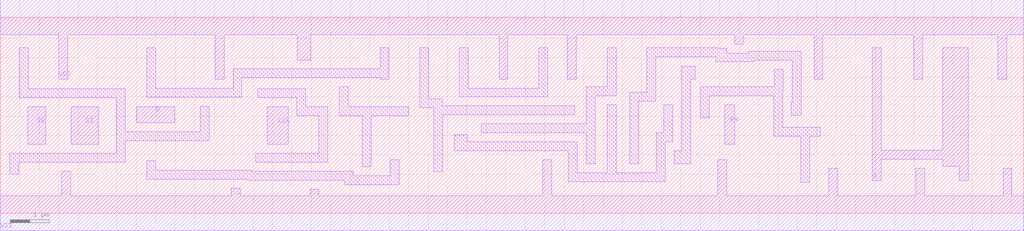
<source format=lef>
# Copyright 2022 GlobalFoundries PDK Authors
#
# Licensed under the Apache License, Version 2.0 (the "License");
# you may not use this file except in compliance with the License.
# You may obtain a copy of the License at
#
#      http://www.apache.org/licenses/LICENSE-2.0
#
# Unless required by applicable law or agreed to in writing, software
# distributed under the License is distributed on an "AS IS" BASIS,
# WITHOUT WARRANTIES OR CONDITIONS OF ANY KIND, either express or implied.
# See the License for the specific language governing permissions and
# limitations under the License.

MACRO gf180mcu_fd_sc_mcu9t5v0__sdffrnq_4
  CLASS core ;
  FOREIGN gf180mcu_fd_sc_mcu9t5v0__sdffrnq_4 0.0 0.0 ;
  ORIGIN 0 0 ;
  SYMMETRY X Y ;
  SITE GF018hv5v_green_sc9 ;
  SIZE 26.32 BY 5.04 ;
  PIN D
    DIRECTION INPUT ;
    ANTENNAGATEAREA 0.854 ;
    PORT
      LAYER Metal1 ;
        POLYGON 3.51 2.33 4.49 2.33 4.49 2.735 3.51 2.735  ;
    END
  END D
  PIN RN
    DIRECTION INPUT ;
    ANTENNAGATEAREA 2.144 ;
    PORT
      LAYER Metal1 ;
        POLYGON 18.63 1.77 18.89 1.77 18.89 2.79 18.63 2.79  ;
    END
  END RN
  PIN SE
    DIRECTION INPUT ;
    ANTENNAGATEAREA 1.708 ;
    PORT
      LAYER Metal1 ;
        POLYGON 0.71 1.77 1.175 1.77 1.175 2.735 0.71 2.735  ;
    END
  END SE
  PIN SI
    DIRECTION INPUT ;
    ANTENNAGATEAREA 0.854 ;
    PORT
      LAYER Metal1 ;
        POLYGON 1.83 1.77 2.53 1.77 2.53 2.735 1.83 2.735  ;
    END
  END SI
  PIN CLK
    DIRECTION INPUT ;
    USE clock ;
    ANTENNAGATEAREA 1.164 ;
    PORT
      LAYER Metal1 ;
        POLYGON 6.87 1.77 7.4 1.77 7.4 2.735 6.87 2.735  ;
    END
  END CLK
  PIN Q
    DIRECTION OUTPUT ;
    ANTENNADIFFAREA 3.642 ;
    PORT
      LAYER Metal1 ;
        POLYGON 22.425 0.84 22.655 0.84 22.655 1.39 24.23 1.39 24.23 1.21 24.665 1.21 24.665 0.84 24.895 0.84 24.895 4.25 24.23 4.25 24.23 1.62 22.655 1.62 22.655 4.25 22.425 4.25  ;
    END
  END Q
  PIN VDD
    DIRECTION INOUT ;
    USE power ;
    SHAPE ABUTMENT ;
    PORT
      LAYER Metal1 ;
        POLYGON 0 4.59 1.51 4.59 1.51 3.44 1.74 3.44 1.74 4.59 5.525 4.59 5.525 3.44 5.755 3.44 5.755 4.59 7.64 4.59 7.64 3.94 7.98 3.94 7.98 4.59 9.995 4.59 10.49 4.59 12.825 4.59 12.825 3.45 13.055 3.45 13.055 4.59 14.075 4.59 14.585 4.59 14.585 3.44 14.77 3.44 14.815 3.44 14.815 4.59 15.835 4.59 18.885 4.59 18.885 4.35 19.115 4.35 19.115 4.59 20.595 4.59 20.925 4.59 20.925 3.44 21.085 3.44 21.155 3.44 21.155 4.59 23.495 4.59 23.495 3.44 23.725 3.44 23.725 4.59 25.645 4.59 25.645 3.44 25.875 3.44 25.875 4.59 26.32 4.59 26.32 5.49 21.085 5.49 20.595 5.49 15.835 5.49 14.77 5.49 14.075 5.49 10.49 5.49 9.995 5.49 0 5.49  ;
    END
  END VDD
  PIN VSS
    DIRECTION INOUT ;
    USE ground ;
    SHAPE ABUTMENT ;
    PORT
      LAYER Metal1 ;
        POLYGON 0 -0.45 26.32 -0.45 26.32 0.45 26.015 0.45 26.015 1.16 25.785 1.16 25.785 0.45 23.775 0.45 23.775 1.16 23.545 1.16 23.545 0.45 21.535 0.45 21.535 1.16 21.305 1.16 21.305 0.45 18.675 0.45 18.675 1.38 18.445 1.38 18.445 0.45 14.175 0.45 14.175 1.38 13.945 1.38 13.945 0.45 8.195 0.45 8.195 0.62 7.965 0.62 7.965 0.45 6.175 0.45 6.175 0.645 5.945 0.645 5.945 0.45 1.815 0.45 1.815 1.08 1.585 1.08 1.585 0.45 0 0.45  ;
    END
  END VSS
  OBS
      LAYER Metal1 ;
        POLYGON 0.49 2.965 2.985 2.965 2.985 1.54 0.245 1.54 0.245 1.005 0.475 1.005 0.475 1.31 3.215 1.31 3.215 1.87 5.375 1.87 5.375 2.75 5.145 2.75 5.145 2.1 3.215 2.1 3.215 3.195 0.72 3.195 0.72 4.25 0.49 4.25  ;
        POLYGON 6.62 2.965 7.63 2.965 7.63 2.505 8.19 2.505 8.19 1.54 6.57 1.54 6.57 1.31 8.42 1.31 8.42 2.735 7.86 2.735 7.86 3.195 6.62 3.195  ;
        POLYGON 3.765 2.98 6.215 2.98 6.215 3.48 9.765 3.48 9.765 3.44 9.995 3.44 9.995 4.25 9.765 4.25 9.765 3.71 5.985 3.71 5.985 3.21 3.995 3.21 3.995 4.25 3.765 4.25  ;
        POLYGON 3.765 0.875 6.36 0.875 6.36 0.85 8.855 0.85 8.855 0.735 10.255 0.735 10.255 1.38 10.025 1.38 10.025 0.965 9.08 0.965 9.08 1.08 6.465 1.08 6.465 1.105 3.995 1.105 3.995 1.345 3.765 1.345  ;
        POLYGON 8.715 2.505 9.305 2.505 9.305 1.195 9.535 1.195 9.535 2.505 10.49 2.505 10.49 2.735 8.945 2.735 8.945 3.25 8.715 3.25  ;
        POLYGON 11.805 2.99 14.075 2.99 14.075 4.25 13.845 4.25 13.845 3.22 12.035 3.22 12.035 4.25 11.805 4.25  ;
        POLYGON 10.785 2.71 11.145 2.71 11.145 1.07 11.375 1.07 11.375 2.53 14.77 2.53 14.77 2.76 11.37 2.76 11.37 2.94 11.015 2.94 11.015 4.25 10.785 4.25  ;
        POLYGON 12.37 2.07 15.065 2.07 15.065 1.27 15.295 1.27 15.295 3.02 15.835 3.02 15.835 4.25 15.605 4.25 15.605 3.25 15.065 3.25 15.065 2.3 12.37 2.3  ;
        POLYGON 11.67 1.61 14.605 1.61 14.605 0.81 17.095 0.81 17.095 1.84 17.295 1.84 17.295 2.79 17.065 2.79 17.065 2.07 16.865 2.07 16.865 1.04 15.835 1.04 15.835 2.79 15.605 2.79 15.605 1.04 14.835 1.04 14.835 1.84 12.01 1.84 12.01 2.015 11.67 2.015  ;
        POLYGON 17.325 1.27 17.755 1.27 17.755 3.44 17.875 3.44 17.875 3.78 17.525 3.78 17.525 1.61 17.325 1.61  ;
        POLYGON 16.185 1.27 16.415 1.27 16.415 2.885 16.855 2.885 16.855 4.02 18.4 4.02 18.4 3.89 19.375 3.89 19.375 3.93 20.365 3.93 20.365 2.855 20.345 2.855 20.345 2.515 20.595 2.515 20.595 4.16 19.245 4.16 19.245 4.12 18.68 4.12 18.68 4.245 18.45 4.245 18.45 4.25 16.625 4.25 16.625 3.115 16.185 3.115  ;
        POLYGON 18.005 2.45 18.235 2.45 18.235 3.02 19.885 3.02 19.885 1.985 20.585 1.985 20.585 0.8 20.815 0.8 20.815 1.985 21.085 1.985 21.085 2.215 20.115 2.215 20.115 3.155 20.135 3.155 20.135 3.7 19.905 3.7 19.905 3.25 18.005 3.25  ;
  END
END gf180mcu_fd_sc_mcu9t5v0__sdffrnq_4

</source>
